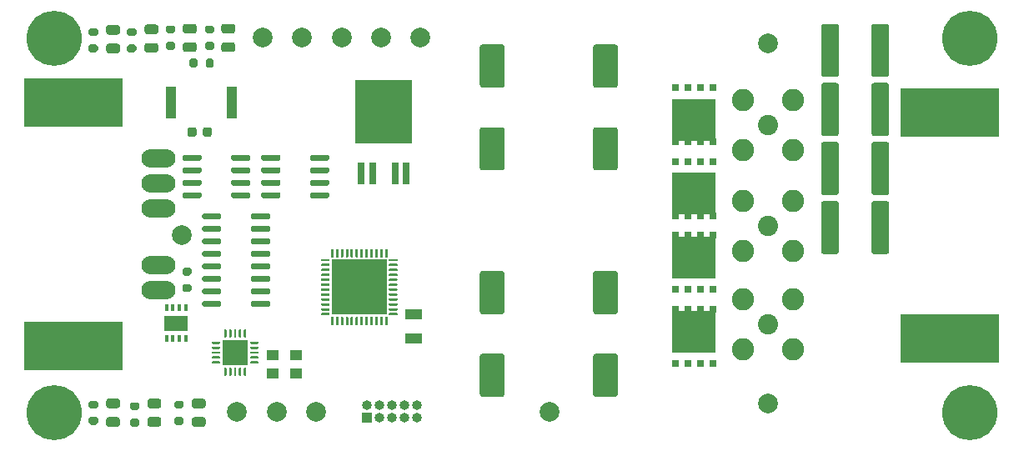
<source format=gbr>
%TF.GenerationSoftware,KiCad,Pcbnew,(5.1.9)-1*%
%TF.CreationDate,2021-05-24T23:59:08-02:30*%
%TF.ProjectId,WPT_TX,5750545f-5458-42e6-9b69-6361645f7063,rev?*%
%TF.SameCoordinates,Original*%
%TF.FileFunction,Soldermask,Top*%
%TF.FilePolarity,Negative*%
%FSLAX46Y46*%
G04 Gerber Fmt 4.6, Leading zero omitted, Abs format (unit mm)*
G04 Created by KiCad (PCBNEW (5.1.9)-1) date 2021-05-24 23:59:08*
%MOMM*%
%LPD*%
G01*
G04 APERTURE LIST*
%ADD10R,4.500000X4.290000*%
%ADD11R,0.700000X0.800000*%
%ADD12R,2.500000X2.500000*%
%ADD13R,1.800000X1.000000*%
%ADD14O,3.479800X1.841500*%
%ADD15R,1.000000X3.200000*%
%ADD16R,1.300000X1.100000*%
%ADD17R,0.800000X2.200000*%
%ADD18R,5.800000X6.400000*%
%ADD19R,5.600000X5.600000*%
%ADD20R,0.350000X0.650000*%
%ADD21R,2.400000X1.550000*%
%ADD22R,10.000000X5.000000*%
%ADD23C,2.250000*%
%ADD24C,2.050000*%
%ADD25R,1.000000X1.000000*%
%ADD26O,1.000000X1.000000*%
%ADD27C,5.600000*%
%ADD28C,2.000000*%
G04 APERTURE END LIST*
D10*
%TO.C,Q1*%
X170000000Y-112250000D03*
D11*
X171910000Y-114500000D03*
X170640000Y-114500000D03*
X169360000Y-114500000D03*
X168090000Y-114500000D03*
X168090000Y-109000000D03*
X169360000Y-109000000D03*
X170640000Y-109000000D03*
X171910000Y-109000000D03*
%TD*%
%TO.C,C37*%
G36*
G01*
X162000000Y-109900000D02*
X160000000Y-109900000D01*
G75*
G02*
X159750000Y-109650000I0J250000D01*
G01*
X159750000Y-105750000D01*
G75*
G02*
X160000000Y-105500000I250000J0D01*
G01*
X162000000Y-105500000D01*
G75*
G02*
X162250000Y-105750000I0J-250000D01*
G01*
X162250000Y-109650000D01*
G75*
G02*
X162000000Y-109900000I-250000J0D01*
G01*
G37*
G36*
G01*
X162000000Y-101500000D02*
X160000000Y-101500000D01*
G75*
G02*
X159750000Y-101250000I0J250000D01*
G01*
X159750000Y-97350000D01*
G75*
G02*
X160000000Y-97100000I250000J0D01*
G01*
X162000000Y-97100000D01*
G75*
G02*
X162250000Y-97350000I0J-250000D01*
G01*
X162250000Y-101250000D01*
G75*
G02*
X162000000Y-101500000I-250000J0D01*
G01*
G37*
%TD*%
%TO.C,U11*%
G36*
G01*
X122462500Y-130750000D02*
X122337500Y-130750000D01*
G75*
G02*
X122275000Y-130687500I0J62500D01*
G01*
X122275000Y-129987500D01*
G75*
G02*
X122337500Y-129925000I62500J0D01*
G01*
X122462500Y-129925000D01*
G75*
G02*
X122525000Y-129987500I0J-62500D01*
G01*
X122525000Y-130687500D01*
G75*
G02*
X122462500Y-130750000I-62500J0D01*
G01*
G37*
G36*
G01*
X122962500Y-130750000D02*
X122837500Y-130750000D01*
G75*
G02*
X122775000Y-130687500I0J62500D01*
G01*
X122775000Y-129987500D01*
G75*
G02*
X122837500Y-129925000I62500J0D01*
G01*
X122962500Y-129925000D01*
G75*
G02*
X123025000Y-129987500I0J-62500D01*
G01*
X123025000Y-130687500D01*
G75*
G02*
X122962500Y-130750000I-62500J0D01*
G01*
G37*
G36*
G01*
X123462500Y-130750000D02*
X123337500Y-130750000D01*
G75*
G02*
X123275000Y-130687500I0J62500D01*
G01*
X123275000Y-129987500D01*
G75*
G02*
X123337500Y-129925000I62500J0D01*
G01*
X123462500Y-129925000D01*
G75*
G02*
X123525000Y-129987500I0J-62500D01*
G01*
X123525000Y-130687500D01*
G75*
G02*
X123462500Y-130750000I-62500J0D01*
G01*
G37*
G36*
G01*
X123962500Y-130750000D02*
X123837500Y-130750000D01*
G75*
G02*
X123775000Y-130687500I0J62500D01*
G01*
X123775000Y-129987500D01*
G75*
G02*
X123837500Y-129925000I62500J0D01*
G01*
X123962500Y-129925000D01*
G75*
G02*
X124025000Y-129987500I0J-62500D01*
G01*
X124025000Y-130687500D01*
G75*
G02*
X123962500Y-130750000I-62500J0D01*
G01*
G37*
G36*
G01*
X124462500Y-130750000D02*
X124337500Y-130750000D01*
G75*
G02*
X124275000Y-130687500I0J62500D01*
G01*
X124275000Y-129987500D01*
G75*
G02*
X124337500Y-129925000I62500J0D01*
G01*
X124462500Y-129925000D01*
G75*
G02*
X124525000Y-129987500I0J-62500D01*
G01*
X124525000Y-130687500D01*
G75*
G02*
X124462500Y-130750000I-62500J0D01*
G01*
G37*
G36*
G01*
X125687500Y-129525000D02*
X124987500Y-129525000D01*
G75*
G02*
X124925000Y-129462500I0J62500D01*
G01*
X124925000Y-129337500D01*
G75*
G02*
X124987500Y-129275000I62500J0D01*
G01*
X125687500Y-129275000D01*
G75*
G02*
X125750000Y-129337500I0J-62500D01*
G01*
X125750000Y-129462500D01*
G75*
G02*
X125687500Y-129525000I-62500J0D01*
G01*
G37*
G36*
G01*
X125687500Y-129025000D02*
X124987500Y-129025000D01*
G75*
G02*
X124925000Y-128962500I0J62500D01*
G01*
X124925000Y-128837500D01*
G75*
G02*
X124987500Y-128775000I62500J0D01*
G01*
X125687500Y-128775000D01*
G75*
G02*
X125750000Y-128837500I0J-62500D01*
G01*
X125750000Y-128962500D01*
G75*
G02*
X125687500Y-129025000I-62500J0D01*
G01*
G37*
G36*
G01*
X125687500Y-128525000D02*
X124987500Y-128525000D01*
G75*
G02*
X124925000Y-128462500I0J62500D01*
G01*
X124925000Y-128337500D01*
G75*
G02*
X124987500Y-128275000I62500J0D01*
G01*
X125687500Y-128275000D01*
G75*
G02*
X125750000Y-128337500I0J-62500D01*
G01*
X125750000Y-128462500D01*
G75*
G02*
X125687500Y-128525000I-62500J0D01*
G01*
G37*
G36*
G01*
X125687500Y-128025000D02*
X124987500Y-128025000D01*
G75*
G02*
X124925000Y-127962500I0J62500D01*
G01*
X124925000Y-127837500D01*
G75*
G02*
X124987500Y-127775000I62500J0D01*
G01*
X125687500Y-127775000D01*
G75*
G02*
X125750000Y-127837500I0J-62500D01*
G01*
X125750000Y-127962500D01*
G75*
G02*
X125687500Y-128025000I-62500J0D01*
G01*
G37*
G36*
G01*
X125687500Y-127525000D02*
X124987500Y-127525000D01*
G75*
G02*
X124925000Y-127462500I0J62500D01*
G01*
X124925000Y-127337500D01*
G75*
G02*
X124987500Y-127275000I62500J0D01*
G01*
X125687500Y-127275000D01*
G75*
G02*
X125750000Y-127337500I0J-62500D01*
G01*
X125750000Y-127462500D01*
G75*
G02*
X125687500Y-127525000I-62500J0D01*
G01*
G37*
G36*
G01*
X124462500Y-126875000D02*
X124337500Y-126875000D01*
G75*
G02*
X124275000Y-126812500I0J62500D01*
G01*
X124275000Y-126112500D01*
G75*
G02*
X124337500Y-126050000I62500J0D01*
G01*
X124462500Y-126050000D01*
G75*
G02*
X124525000Y-126112500I0J-62500D01*
G01*
X124525000Y-126812500D01*
G75*
G02*
X124462500Y-126875000I-62500J0D01*
G01*
G37*
G36*
G01*
X123962500Y-126875000D02*
X123837500Y-126875000D01*
G75*
G02*
X123775000Y-126812500I0J62500D01*
G01*
X123775000Y-126112500D01*
G75*
G02*
X123837500Y-126050000I62500J0D01*
G01*
X123962500Y-126050000D01*
G75*
G02*
X124025000Y-126112500I0J-62500D01*
G01*
X124025000Y-126812500D01*
G75*
G02*
X123962500Y-126875000I-62500J0D01*
G01*
G37*
G36*
G01*
X123462500Y-126875000D02*
X123337500Y-126875000D01*
G75*
G02*
X123275000Y-126812500I0J62500D01*
G01*
X123275000Y-126112500D01*
G75*
G02*
X123337500Y-126050000I62500J0D01*
G01*
X123462500Y-126050000D01*
G75*
G02*
X123525000Y-126112500I0J-62500D01*
G01*
X123525000Y-126812500D01*
G75*
G02*
X123462500Y-126875000I-62500J0D01*
G01*
G37*
G36*
G01*
X122962500Y-126875000D02*
X122837500Y-126875000D01*
G75*
G02*
X122775000Y-126812500I0J62500D01*
G01*
X122775000Y-126112500D01*
G75*
G02*
X122837500Y-126050000I62500J0D01*
G01*
X122962500Y-126050000D01*
G75*
G02*
X123025000Y-126112500I0J-62500D01*
G01*
X123025000Y-126812500D01*
G75*
G02*
X122962500Y-126875000I-62500J0D01*
G01*
G37*
G36*
G01*
X122462500Y-126875000D02*
X122337500Y-126875000D01*
G75*
G02*
X122275000Y-126812500I0J62500D01*
G01*
X122275000Y-126112500D01*
G75*
G02*
X122337500Y-126050000I62500J0D01*
G01*
X122462500Y-126050000D01*
G75*
G02*
X122525000Y-126112500I0J-62500D01*
G01*
X122525000Y-126812500D01*
G75*
G02*
X122462500Y-126875000I-62500J0D01*
G01*
G37*
G36*
G01*
X121812500Y-127525000D02*
X121112500Y-127525000D01*
G75*
G02*
X121050000Y-127462500I0J62500D01*
G01*
X121050000Y-127337500D01*
G75*
G02*
X121112500Y-127275000I62500J0D01*
G01*
X121812500Y-127275000D01*
G75*
G02*
X121875000Y-127337500I0J-62500D01*
G01*
X121875000Y-127462500D01*
G75*
G02*
X121812500Y-127525000I-62500J0D01*
G01*
G37*
G36*
G01*
X121812500Y-128025000D02*
X121112500Y-128025000D01*
G75*
G02*
X121050000Y-127962500I0J62500D01*
G01*
X121050000Y-127837500D01*
G75*
G02*
X121112500Y-127775000I62500J0D01*
G01*
X121812500Y-127775000D01*
G75*
G02*
X121875000Y-127837500I0J-62500D01*
G01*
X121875000Y-127962500D01*
G75*
G02*
X121812500Y-128025000I-62500J0D01*
G01*
G37*
G36*
G01*
X121812500Y-128525000D02*
X121112500Y-128525000D01*
G75*
G02*
X121050000Y-128462500I0J62500D01*
G01*
X121050000Y-128337500D01*
G75*
G02*
X121112500Y-128275000I62500J0D01*
G01*
X121812500Y-128275000D01*
G75*
G02*
X121875000Y-128337500I0J-62500D01*
G01*
X121875000Y-128462500D01*
G75*
G02*
X121812500Y-128525000I-62500J0D01*
G01*
G37*
G36*
G01*
X121812500Y-129025000D02*
X121112500Y-129025000D01*
G75*
G02*
X121050000Y-128962500I0J62500D01*
G01*
X121050000Y-128837500D01*
G75*
G02*
X121112500Y-128775000I62500J0D01*
G01*
X121812500Y-128775000D01*
G75*
G02*
X121875000Y-128837500I0J-62500D01*
G01*
X121875000Y-128962500D01*
G75*
G02*
X121812500Y-129025000I-62500J0D01*
G01*
G37*
G36*
G01*
X121812500Y-129525000D02*
X121112500Y-129525000D01*
G75*
G02*
X121050000Y-129462500I0J62500D01*
G01*
X121050000Y-129337500D01*
G75*
G02*
X121112500Y-129275000I62500J0D01*
G01*
X121812500Y-129275000D01*
G75*
G02*
X121875000Y-129337500I0J-62500D01*
G01*
X121875000Y-129462500D01*
G75*
G02*
X121812500Y-129525000I-62500J0D01*
G01*
G37*
D12*
X123400000Y-128400000D03*
%TD*%
D13*
%TO.C,Y1*%
X141500000Y-127000000D03*
X141500000Y-124500000D03*
%TD*%
D14*
%TO.C,J7*%
X115620000Y-111250000D03*
X115620000Y-113790000D03*
X115620000Y-108710000D03*
%TD*%
D10*
%TO.C,Q2*%
X170000000Y-104750000D03*
D11*
X171910000Y-107000000D03*
X170640000Y-107000000D03*
X169360000Y-107000000D03*
X168090000Y-107000000D03*
X168090000Y-101500000D03*
X169360000Y-101500000D03*
X170640000Y-101500000D03*
X171910000Y-101500000D03*
%TD*%
D10*
%TO.C,Q3*%
X170000000Y-118750000D03*
D11*
X168090000Y-116500000D03*
X169360000Y-116500000D03*
X170640000Y-116500000D03*
X171910000Y-116500000D03*
X171910000Y-122000000D03*
X170640000Y-122000000D03*
X169360000Y-122000000D03*
X168090000Y-122000000D03*
%TD*%
D10*
%TO.C,Q4*%
X170000000Y-126250000D03*
D11*
X168090000Y-124000000D03*
X169360000Y-124000000D03*
X170640000Y-124000000D03*
X171910000Y-124000000D03*
X171910000Y-129500000D03*
X170640000Y-129500000D03*
X169360000Y-129500000D03*
X168090000Y-129500000D03*
%TD*%
D14*
%TO.C,J8*%
X115620000Y-122020000D03*
X115620000Y-119480000D03*
%TD*%
D15*
%TO.C,R8*%
X123100000Y-103000000D03*
X116900000Y-103000000D03*
%TD*%
D16*
%TO.C,Y2*%
X127250000Y-130550000D03*
X129550000Y-130550000D03*
X129550000Y-128650000D03*
X127250000Y-128650000D03*
%TD*%
%TO.C,U1*%
G36*
G01*
X124950000Y-112255000D02*
X124950000Y-112555000D01*
G75*
G02*
X124800000Y-112705000I-150000J0D01*
G01*
X123150000Y-112705000D01*
G75*
G02*
X123000000Y-112555000I0J150000D01*
G01*
X123000000Y-112255000D01*
G75*
G02*
X123150000Y-112105000I150000J0D01*
G01*
X124800000Y-112105000D01*
G75*
G02*
X124950000Y-112255000I0J-150000D01*
G01*
G37*
G36*
G01*
X124950000Y-110985000D02*
X124950000Y-111285000D01*
G75*
G02*
X124800000Y-111435000I-150000J0D01*
G01*
X123150000Y-111435000D01*
G75*
G02*
X123000000Y-111285000I0J150000D01*
G01*
X123000000Y-110985000D01*
G75*
G02*
X123150000Y-110835000I150000J0D01*
G01*
X124800000Y-110835000D01*
G75*
G02*
X124950000Y-110985000I0J-150000D01*
G01*
G37*
G36*
G01*
X124950000Y-109715000D02*
X124950000Y-110015000D01*
G75*
G02*
X124800000Y-110165000I-150000J0D01*
G01*
X123150000Y-110165000D01*
G75*
G02*
X123000000Y-110015000I0J150000D01*
G01*
X123000000Y-109715000D01*
G75*
G02*
X123150000Y-109565000I150000J0D01*
G01*
X124800000Y-109565000D01*
G75*
G02*
X124950000Y-109715000I0J-150000D01*
G01*
G37*
G36*
G01*
X124950000Y-108445000D02*
X124950000Y-108745000D01*
G75*
G02*
X124800000Y-108895000I-150000J0D01*
G01*
X123150000Y-108895000D01*
G75*
G02*
X123000000Y-108745000I0J150000D01*
G01*
X123000000Y-108445000D01*
G75*
G02*
X123150000Y-108295000I150000J0D01*
G01*
X124800000Y-108295000D01*
G75*
G02*
X124950000Y-108445000I0J-150000D01*
G01*
G37*
G36*
G01*
X120000000Y-108445000D02*
X120000000Y-108745000D01*
G75*
G02*
X119850000Y-108895000I-150000J0D01*
G01*
X118200000Y-108895000D01*
G75*
G02*
X118050000Y-108745000I0J150000D01*
G01*
X118050000Y-108445000D01*
G75*
G02*
X118200000Y-108295000I150000J0D01*
G01*
X119850000Y-108295000D01*
G75*
G02*
X120000000Y-108445000I0J-150000D01*
G01*
G37*
G36*
G01*
X120000000Y-109715000D02*
X120000000Y-110015000D01*
G75*
G02*
X119850000Y-110165000I-150000J0D01*
G01*
X118200000Y-110165000D01*
G75*
G02*
X118050000Y-110015000I0J150000D01*
G01*
X118050000Y-109715000D01*
G75*
G02*
X118200000Y-109565000I150000J0D01*
G01*
X119850000Y-109565000D01*
G75*
G02*
X120000000Y-109715000I0J-150000D01*
G01*
G37*
G36*
G01*
X120000000Y-110985000D02*
X120000000Y-111285000D01*
G75*
G02*
X119850000Y-111435000I-150000J0D01*
G01*
X118200000Y-111435000D01*
G75*
G02*
X118050000Y-111285000I0J150000D01*
G01*
X118050000Y-110985000D01*
G75*
G02*
X118200000Y-110835000I150000J0D01*
G01*
X119850000Y-110835000D01*
G75*
G02*
X120000000Y-110985000I0J-150000D01*
G01*
G37*
G36*
G01*
X120000000Y-112255000D02*
X120000000Y-112555000D01*
G75*
G02*
X119850000Y-112705000I-150000J0D01*
G01*
X118200000Y-112705000D01*
G75*
G02*
X118050000Y-112555000I0J150000D01*
G01*
X118050000Y-112255000D01*
G75*
G02*
X118200000Y-112105000I150000J0D01*
G01*
X119850000Y-112105000D01*
G75*
G02*
X120000000Y-112255000I0J-150000D01*
G01*
G37*
%TD*%
D17*
%TO.C,U7*%
X136220000Y-110200000D03*
X137360000Y-110200000D03*
X139640000Y-110200000D03*
X140780000Y-110200000D03*
D18*
X138500000Y-103900000D03*
%TD*%
%TO.C,U9*%
G36*
G01*
X139875000Y-124437500D02*
X139875000Y-124562500D01*
G75*
G02*
X139812500Y-124625000I-62500J0D01*
G01*
X139062500Y-124625000D01*
G75*
G02*
X139000000Y-124562500I0J62500D01*
G01*
X139000000Y-124437500D01*
G75*
G02*
X139062500Y-124375000I62500J0D01*
G01*
X139812500Y-124375000D01*
G75*
G02*
X139875000Y-124437500I0J-62500D01*
G01*
G37*
G36*
G01*
X139875000Y-123937500D02*
X139875000Y-124062500D01*
G75*
G02*
X139812500Y-124125000I-62500J0D01*
G01*
X139062500Y-124125000D01*
G75*
G02*
X139000000Y-124062500I0J62500D01*
G01*
X139000000Y-123937500D01*
G75*
G02*
X139062500Y-123875000I62500J0D01*
G01*
X139812500Y-123875000D01*
G75*
G02*
X139875000Y-123937500I0J-62500D01*
G01*
G37*
G36*
G01*
X139875000Y-123437500D02*
X139875000Y-123562500D01*
G75*
G02*
X139812500Y-123625000I-62500J0D01*
G01*
X139062500Y-123625000D01*
G75*
G02*
X139000000Y-123562500I0J62500D01*
G01*
X139000000Y-123437500D01*
G75*
G02*
X139062500Y-123375000I62500J0D01*
G01*
X139812500Y-123375000D01*
G75*
G02*
X139875000Y-123437500I0J-62500D01*
G01*
G37*
G36*
G01*
X139875000Y-122937500D02*
X139875000Y-123062500D01*
G75*
G02*
X139812500Y-123125000I-62500J0D01*
G01*
X139062500Y-123125000D01*
G75*
G02*
X139000000Y-123062500I0J62500D01*
G01*
X139000000Y-122937500D01*
G75*
G02*
X139062500Y-122875000I62500J0D01*
G01*
X139812500Y-122875000D01*
G75*
G02*
X139875000Y-122937500I0J-62500D01*
G01*
G37*
G36*
G01*
X139875000Y-122437500D02*
X139875000Y-122562500D01*
G75*
G02*
X139812500Y-122625000I-62500J0D01*
G01*
X139062500Y-122625000D01*
G75*
G02*
X139000000Y-122562500I0J62500D01*
G01*
X139000000Y-122437500D01*
G75*
G02*
X139062500Y-122375000I62500J0D01*
G01*
X139812500Y-122375000D01*
G75*
G02*
X139875000Y-122437500I0J-62500D01*
G01*
G37*
G36*
G01*
X139875000Y-121937500D02*
X139875000Y-122062500D01*
G75*
G02*
X139812500Y-122125000I-62500J0D01*
G01*
X139062500Y-122125000D01*
G75*
G02*
X139000000Y-122062500I0J62500D01*
G01*
X139000000Y-121937500D01*
G75*
G02*
X139062500Y-121875000I62500J0D01*
G01*
X139812500Y-121875000D01*
G75*
G02*
X139875000Y-121937500I0J-62500D01*
G01*
G37*
G36*
G01*
X139875000Y-121437500D02*
X139875000Y-121562500D01*
G75*
G02*
X139812500Y-121625000I-62500J0D01*
G01*
X139062500Y-121625000D01*
G75*
G02*
X139000000Y-121562500I0J62500D01*
G01*
X139000000Y-121437500D01*
G75*
G02*
X139062500Y-121375000I62500J0D01*
G01*
X139812500Y-121375000D01*
G75*
G02*
X139875000Y-121437500I0J-62500D01*
G01*
G37*
G36*
G01*
X139875000Y-120937500D02*
X139875000Y-121062500D01*
G75*
G02*
X139812500Y-121125000I-62500J0D01*
G01*
X139062500Y-121125000D01*
G75*
G02*
X139000000Y-121062500I0J62500D01*
G01*
X139000000Y-120937500D01*
G75*
G02*
X139062500Y-120875000I62500J0D01*
G01*
X139812500Y-120875000D01*
G75*
G02*
X139875000Y-120937500I0J-62500D01*
G01*
G37*
G36*
G01*
X139875000Y-120437500D02*
X139875000Y-120562500D01*
G75*
G02*
X139812500Y-120625000I-62500J0D01*
G01*
X139062500Y-120625000D01*
G75*
G02*
X139000000Y-120562500I0J62500D01*
G01*
X139000000Y-120437500D01*
G75*
G02*
X139062500Y-120375000I62500J0D01*
G01*
X139812500Y-120375000D01*
G75*
G02*
X139875000Y-120437500I0J-62500D01*
G01*
G37*
G36*
G01*
X139875000Y-119937500D02*
X139875000Y-120062500D01*
G75*
G02*
X139812500Y-120125000I-62500J0D01*
G01*
X139062500Y-120125000D01*
G75*
G02*
X139000000Y-120062500I0J62500D01*
G01*
X139000000Y-119937500D01*
G75*
G02*
X139062500Y-119875000I62500J0D01*
G01*
X139812500Y-119875000D01*
G75*
G02*
X139875000Y-119937500I0J-62500D01*
G01*
G37*
G36*
G01*
X139875000Y-119437500D02*
X139875000Y-119562500D01*
G75*
G02*
X139812500Y-119625000I-62500J0D01*
G01*
X139062500Y-119625000D01*
G75*
G02*
X139000000Y-119562500I0J62500D01*
G01*
X139000000Y-119437500D01*
G75*
G02*
X139062500Y-119375000I62500J0D01*
G01*
X139812500Y-119375000D01*
G75*
G02*
X139875000Y-119437500I0J-62500D01*
G01*
G37*
G36*
G01*
X139875000Y-118937500D02*
X139875000Y-119062500D01*
G75*
G02*
X139812500Y-119125000I-62500J0D01*
G01*
X139062500Y-119125000D01*
G75*
G02*
X139000000Y-119062500I0J62500D01*
G01*
X139000000Y-118937500D01*
G75*
G02*
X139062500Y-118875000I62500J0D01*
G01*
X139812500Y-118875000D01*
G75*
G02*
X139875000Y-118937500I0J-62500D01*
G01*
G37*
G36*
G01*
X138875000Y-117937500D02*
X138875000Y-118687500D01*
G75*
G02*
X138812500Y-118750000I-62500J0D01*
G01*
X138687500Y-118750000D01*
G75*
G02*
X138625000Y-118687500I0J62500D01*
G01*
X138625000Y-117937500D01*
G75*
G02*
X138687500Y-117875000I62500J0D01*
G01*
X138812500Y-117875000D01*
G75*
G02*
X138875000Y-117937500I0J-62500D01*
G01*
G37*
G36*
G01*
X138375000Y-117937500D02*
X138375000Y-118687500D01*
G75*
G02*
X138312500Y-118750000I-62500J0D01*
G01*
X138187500Y-118750000D01*
G75*
G02*
X138125000Y-118687500I0J62500D01*
G01*
X138125000Y-117937500D01*
G75*
G02*
X138187500Y-117875000I62500J0D01*
G01*
X138312500Y-117875000D01*
G75*
G02*
X138375000Y-117937500I0J-62500D01*
G01*
G37*
G36*
G01*
X137875000Y-117937500D02*
X137875000Y-118687500D01*
G75*
G02*
X137812500Y-118750000I-62500J0D01*
G01*
X137687500Y-118750000D01*
G75*
G02*
X137625000Y-118687500I0J62500D01*
G01*
X137625000Y-117937500D01*
G75*
G02*
X137687500Y-117875000I62500J0D01*
G01*
X137812500Y-117875000D01*
G75*
G02*
X137875000Y-117937500I0J-62500D01*
G01*
G37*
G36*
G01*
X137375000Y-117937500D02*
X137375000Y-118687500D01*
G75*
G02*
X137312500Y-118750000I-62500J0D01*
G01*
X137187500Y-118750000D01*
G75*
G02*
X137125000Y-118687500I0J62500D01*
G01*
X137125000Y-117937500D01*
G75*
G02*
X137187500Y-117875000I62500J0D01*
G01*
X137312500Y-117875000D01*
G75*
G02*
X137375000Y-117937500I0J-62500D01*
G01*
G37*
G36*
G01*
X136875000Y-117937500D02*
X136875000Y-118687500D01*
G75*
G02*
X136812500Y-118750000I-62500J0D01*
G01*
X136687500Y-118750000D01*
G75*
G02*
X136625000Y-118687500I0J62500D01*
G01*
X136625000Y-117937500D01*
G75*
G02*
X136687500Y-117875000I62500J0D01*
G01*
X136812500Y-117875000D01*
G75*
G02*
X136875000Y-117937500I0J-62500D01*
G01*
G37*
G36*
G01*
X136375000Y-117937500D02*
X136375000Y-118687500D01*
G75*
G02*
X136312500Y-118750000I-62500J0D01*
G01*
X136187500Y-118750000D01*
G75*
G02*
X136125000Y-118687500I0J62500D01*
G01*
X136125000Y-117937500D01*
G75*
G02*
X136187500Y-117875000I62500J0D01*
G01*
X136312500Y-117875000D01*
G75*
G02*
X136375000Y-117937500I0J-62500D01*
G01*
G37*
G36*
G01*
X135875000Y-117937500D02*
X135875000Y-118687500D01*
G75*
G02*
X135812500Y-118750000I-62500J0D01*
G01*
X135687500Y-118750000D01*
G75*
G02*
X135625000Y-118687500I0J62500D01*
G01*
X135625000Y-117937500D01*
G75*
G02*
X135687500Y-117875000I62500J0D01*
G01*
X135812500Y-117875000D01*
G75*
G02*
X135875000Y-117937500I0J-62500D01*
G01*
G37*
G36*
G01*
X135375000Y-117937500D02*
X135375000Y-118687500D01*
G75*
G02*
X135312500Y-118750000I-62500J0D01*
G01*
X135187500Y-118750000D01*
G75*
G02*
X135125000Y-118687500I0J62500D01*
G01*
X135125000Y-117937500D01*
G75*
G02*
X135187500Y-117875000I62500J0D01*
G01*
X135312500Y-117875000D01*
G75*
G02*
X135375000Y-117937500I0J-62500D01*
G01*
G37*
G36*
G01*
X134875000Y-117937500D02*
X134875000Y-118687500D01*
G75*
G02*
X134812500Y-118750000I-62500J0D01*
G01*
X134687500Y-118750000D01*
G75*
G02*
X134625000Y-118687500I0J62500D01*
G01*
X134625000Y-117937500D01*
G75*
G02*
X134687500Y-117875000I62500J0D01*
G01*
X134812500Y-117875000D01*
G75*
G02*
X134875000Y-117937500I0J-62500D01*
G01*
G37*
G36*
G01*
X134375000Y-117937500D02*
X134375000Y-118687500D01*
G75*
G02*
X134312500Y-118750000I-62500J0D01*
G01*
X134187500Y-118750000D01*
G75*
G02*
X134125000Y-118687500I0J62500D01*
G01*
X134125000Y-117937500D01*
G75*
G02*
X134187500Y-117875000I62500J0D01*
G01*
X134312500Y-117875000D01*
G75*
G02*
X134375000Y-117937500I0J-62500D01*
G01*
G37*
G36*
G01*
X133875000Y-117937500D02*
X133875000Y-118687500D01*
G75*
G02*
X133812500Y-118750000I-62500J0D01*
G01*
X133687500Y-118750000D01*
G75*
G02*
X133625000Y-118687500I0J62500D01*
G01*
X133625000Y-117937500D01*
G75*
G02*
X133687500Y-117875000I62500J0D01*
G01*
X133812500Y-117875000D01*
G75*
G02*
X133875000Y-117937500I0J-62500D01*
G01*
G37*
G36*
G01*
X133375000Y-117937500D02*
X133375000Y-118687500D01*
G75*
G02*
X133312500Y-118750000I-62500J0D01*
G01*
X133187500Y-118750000D01*
G75*
G02*
X133125000Y-118687500I0J62500D01*
G01*
X133125000Y-117937500D01*
G75*
G02*
X133187500Y-117875000I62500J0D01*
G01*
X133312500Y-117875000D01*
G75*
G02*
X133375000Y-117937500I0J-62500D01*
G01*
G37*
G36*
G01*
X133000000Y-118937500D02*
X133000000Y-119062500D01*
G75*
G02*
X132937500Y-119125000I-62500J0D01*
G01*
X132187500Y-119125000D01*
G75*
G02*
X132125000Y-119062500I0J62500D01*
G01*
X132125000Y-118937500D01*
G75*
G02*
X132187500Y-118875000I62500J0D01*
G01*
X132937500Y-118875000D01*
G75*
G02*
X133000000Y-118937500I0J-62500D01*
G01*
G37*
G36*
G01*
X133000000Y-119437500D02*
X133000000Y-119562500D01*
G75*
G02*
X132937500Y-119625000I-62500J0D01*
G01*
X132187500Y-119625000D01*
G75*
G02*
X132125000Y-119562500I0J62500D01*
G01*
X132125000Y-119437500D01*
G75*
G02*
X132187500Y-119375000I62500J0D01*
G01*
X132937500Y-119375000D01*
G75*
G02*
X133000000Y-119437500I0J-62500D01*
G01*
G37*
G36*
G01*
X133000000Y-119937500D02*
X133000000Y-120062500D01*
G75*
G02*
X132937500Y-120125000I-62500J0D01*
G01*
X132187500Y-120125000D01*
G75*
G02*
X132125000Y-120062500I0J62500D01*
G01*
X132125000Y-119937500D01*
G75*
G02*
X132187500Y-119875000I62500J0D01*
G01*
X132937500Y-119875000D01*
G75*
G02*
X133000000Y-119937500I0J-62500D01*
G01*
G37*
G36*
G01*
X133000000Y-120437500D02*
X133000000Y-120562500D01*
G75*
G02*
X132937500Y-120625000I-62500J0D01*
G01*
X132187500Y-120625000D01*
G75*
G02*
X132125000Y-120562500I0J62500D01*
G01*
X132125000Y-120437500D01*
G75*
G02*
X132187500Y-120375000I62500J0D01*
G01*
X132937500Y-120375000D01*
G75*
G02*
X133000000Y-120437500I0J-62500D01*
G01*
G37*
G36*
G01*
X133000000Y-120937500D02*
X133000000Y-121062500D01*
G75*
G02*
X132937500Y-121125000I-62500J0D01*
G01*
X132187500Y-121125000D01*
G75*
G02*
X132125000Y-121062500I0J62500D01*
G01*
X132125000Y-120937500D01*
G75*
G02*
X132187500Y-120875000I62500J0D01*
G01*
X132937500Y-120875000D01*
G75*
G02*
X133000000Y-120937500I0J-62500D01*
G01*
G37*
G36*
G01*
X133000000Y-121437500D02*
X133000000Y-121562500D01*
G75*
G02*
X132937500Y-121625000I-62500J0D01*
G01*
X132187500Y-121625000D01*
G75*
G02*
X132125000Y-121562500I0J62500D01*
G01*
X132125000Y-121437500D01*
G75*
G02*
X132187500Y-121375000I62500J0D01*
G01*
X132937500Y-121375000D01*
G75*
G02*
X133000000Y-121437500I0J-62500D01*
G01*
G37*
G36*
G01*
X133000000Y-121937500D02*
X133000000Y-122062500D01*
G75*
G02*
X132937500Y-122125000I-62500J0D01*
G01*
X132187500Y-122125000D01*
G75*
G02*
X132125000Y-122062500I0J62500D01*
G01*
X132125000Y-121937500D01*
G75*
G02*
X132187500Y-121875000I62500J0D01*
G01*
X132937500Y-121875000D01*
G75*
G02*
X133000000Y-121937500I0J-62500D01*
G01*
G37*
G36*
G01*
X133000000Y-122437500D02*
X133000000Y-122562500D01*
G75*
G02*
X132937500Y-122625000I-62500J0D01*
G01*
X132187500Y-122625000D01*
G75*
G02*
X132125000Y-122562500I0J62500D01*
G01*
X132125000Y-122437500D01*
G75*
G02*
X132187500Y-122375000I62500J0D01*
G01*
X132937500Y-122375000D01*
G75*
G02*
X133000000Y-122437500I0J-62500D01*
G01*
G37*
G36*
G01*
X133000000Y-122937500D02*
X133000000Y-123062500D01*
G75*
G02*
X132937500Y-123125000I-62500J0D01*
G01*
X132187500Y-123125000D01*
G75*
G02*
X132125000Y-123062500I0J62500D01*
G01*
X132125000Y-122937500D01*
G75*
G02*
X132187500Y-122875000I62500J0D01*
G01*
X132937500Y-122875000D01*
G75*
G02*
X133000000Y-122937500I0J-62500D01*
G01*
G37*
G36*
G01*
X133000000Y-123437500D02*
X133000000Y-123562500D01*
G75*
G02*
X132937500Y-123625000I-62500J0D01*
G01*
X132187500Y-123625000D01*
G75*
G02*
X132125000Y-123562500I0J62500D01*
G01*
X132125000Y-123437500D01*
G75*
G02*
X132187500Y-123375000I62500J0D01*
G01*
X132937500Y-123375000D01*
G75*
G02*
X133000000Y-123437500I0J-62500D01*
G01*
G37*
G36*
G01*
X133000000Y-123937500D02*
X133000000Y-124062500D01*
G75*
G02*
X132937500Y-124125000I-62500J0D01*
G01*
X132187500Y-124125000D01*
G75*
G02*
X132125000Y-124062500I0J62500D01*
G01*
X132125000Y-123937500D01*
G75*
G02*
X132187500Y-123875000I62500J0D01*
G01*
X132937500Y-123875000D01*
G75*
G02*
X133000000Y-123937500I0J-62500D01*
G01*
G37*
G36*
G01*
X133000000Y-124437500D02*
X133000000Y-124562500D01*
G75*
G02*
X132937500Y-124625000I-62500J0D01*
G01*
X132187500Y-124625000D01*
G75*
G02*
X132125000Y-124562500I0J62500D01*
G01*
X132125000Y-124437500D01*
G75*
G02*
X132187500Y-124375000I62500J0D01*
G01*
X132937500Y-124375000D01*
G75*
G02*
X133000000Y-124437500I0J-62500D01*
G01*
G37*
G36*
G01*
X133375000Y-124812500D02*
X133375000Y-125562500D01*
G75*
G02*
X133312500Y-125625000I-62500J0D01*
G01*
X133187500Y-125625000D01*
G75*
G02*
X133125000Y-125562500I0J62500D01*
G01*
X133125000Y-124812500D01*
G75*
G02*
X133187500Y-124750000I62500J0D01*
G01*
X133312500Y-124750000D01*
G75*
G02*
X133375000Y-124812500I0J-62500D01*
G01*
G37*
G36*
G01*
X133875000Y-124812500D02*
X133875000Y-125562500D01*
G75*
G02*
X133812500Y-125625000I-62500J0D01*
G01*
X133687500Y-125625000D01*
G75*
G02*
X133625000Y-125562500I0J62500D01*
G01*
X133625000Y-124812500D01*
G75*
G02*
X133687500Y-124750000I62500J0D01*
G01*
X133812500Y-124750000D01*
G75*
G02*
X133875000Y-124812500I0J-62500D01*
G01*
G37*
G36*
G01*
X134375000Y-124812500D02*
X134375000Y-125562500D01*
G75*
G02*
X134312500Y-125625000I-62500J0D01*
G01*
X134187500Y-125625000D01*
G75*
G02*
X134125000Y-125562500I0J62500D01*
G01*
X134125000Y-124812500D01*
G75*
G02*
X134187500Y-124750000I62500J0D01*
G01*
X134312500Y-124750000D01*
G75*
G02*
X134375000Y-124812500I0J-62500D01*
G01*
G37*
G36*
G01*
X134875000Y-124812500D02*
X134875000Y-125562500D01*
G75*
G02*
X134812500Y-125625000I-62500J0D01*
G01*
X134687500Y-125625000D01*
G75*
G02*
X134625000Y-125562500I0J62500D01*
G01*
X134625000Y-124812500D01*
G75*
G02*
X134687500Y-124750000I62500J0D01*
G01*
X134812500Y-124750000D01*
G75*
G02*
X134875000Y-124812500I0J-62500D01*
G01*
G37*
G36*
G01*
X135375000Y-124812500D02*
X135375000Y-125562500D01*
G75*
G02*
X135312500Y-125625000I-62500J0D01*
G01*
X135187500Y-125625000D01*
G75*
G02*
X135125000Y-125562500I0J62500D01*
G01*
X135125000Y-124812500D01*
G75*
G02*
X135187500Y-124750000I62500J0D01*
G01*
X135312500Y-124750000D01*
G75*
G02*
X135375000Y-124812500I0J-62500D01*
G01*
G37*
G36*
G01*
X135875000Y-124812500D02*
X135875000Y-125562500D01*
G75*
G02*
X135812500Y-125625000I-62500J0D01*
G01*
X135687500Y-125625000D01*
G75*
G02*
X135625000Y-125562500I0J62500D01*
G01*
X135625000Y-124812500D01*
G75*
G02*
X135687500Y-124750000I62500J0D01*
G01*
X135812500Y-124750000D01*
G75*
G02*
X135875000Y-124812500I0J-62500D01*
G01*
G37*
G36*
G01*
X136375000Y-124812500D02*
X136375000Y-125562500D01*
G75*
G02*
X136312500Y-125625000I-62500J0D01*
G01*
X136187500Y-125625000D01*
G75*
G02*
X136125000Y-125562500I0J62500D01*
G01*
X136125000Y-124812500D01*
G75*
G02*
X136187500Y-124750000I62500J0D01*
G01*
X136312500Y-124750000D01*
G75*
G02*
X136375000Y-124812500I0J-62500D01*
G01*
G37*
G36*
G01*
X136875000Y-124812500D02*
X136875000Y-125562500D01*
G75*
G02*
X136812500Y-125625000I-62500J0D01*
G01*
X136687500Y-125625000D01*
G75*
G02*
X136625000Y-125562500I0J62500D01*
G01*
X136625000Y-124812500D01*
G75*
G02*
X136687500Y-124750000I62500J0D01*
G01*
X136812500Y-124750000D01*
G75*
G02*
X136875000Y-124812500I0J-62500D01*
G01*
G37*
G36*
G01*
X137375000Y-124812500D02*
X137375000Y-125562500D01*
G75*
G02*
X137312500Y-125625000I-62500J0D01*
G01*
X137187500Y-125625000D01*
G75*
G02*
X137125000Y-125562500I0J62500D01*
G01*
X137125000Y-124812500D01*
G75*
G02*
X137187500Y-124750000I62500J0D01*
G01*
X137312500Y-124750000D01*
G75*
G02*
X137375000Y-124812500I0J-62500D01*
G01*
G37*
G36*
G01*
X137875000Y-124812500D02*
X137875000Y-125562500D01*
G75*
G02*
X137812500Y-125625000I-62500J0D01*
G01*
X137687500Y-125625000D01*
G75*
G02*
X137625000Y-125562500I0J62500D01*
G01*
X137625000Y-124812500D01*
G75*
G02*
X137687500Y-124750000I62500J0D01*
G01*
X137812500Y-124750000D01*
G75*
G02*
X137875000Y-124812500I0J-62500D01*
G01*
G37*
G36*
G01*
X138375000Y-124812500D02*
X138375000Y-125562500D01*
G75*
G02*
X138312500Y-125625000I-62500J0D01*
G01*
X138187500Y-125625000D01*
G75*
G02*
X138125000Y-125562500I0J62500D01*
G01*
X138125000Y-124812500D01*
G75*
G02*
X138187500Y-124750000I62500J0D01*
G01*
X138312500Y-124750000D01*
G75*
G02*
X138375000Y-124812500I0J-62500D01*
G01*
G37*
G36*
G01*
X138875000Y-124812500D02*
X138875000Y-125562500D01*
G75*
G02*
X138812500Y-125625000I-62500J0D01*
G01*
X138687500Y-125625000D01*
G75*
G02*
X138625000Y-125562500I0J62500D01*
G01*
X138625000Y-124812500D01*
G75*
G02*
X138687500Y-124750000I62500J0D01*
G01*
X138812500Y-124750000D01*
G75*
G02*
X138875000Y-124812500I0J-62500D01*
G01*
G37*
D19*
X136000000Y-121750000D03*
%TD*%
D20*
%TO.C,U12*%
X116425000Y-126950000D03*
X117075000Y-126950000D03*
X117725000Y-126950000D03*
X118375000Y-126950000D03*
X118375000Y-123850000D03*
X117725000Y-123850000D03*
X117075000Y-123850000D03*
X116425000Y-123850000D03*
D21*
X117400000Y-125400000D03*
%TD*%
%TO.C,C10*%
G36*
G01*
X121025000Y-105750000D02*
X121025000Y-106250000D01*
G75*
G02*
X120800000Y-106475000I-225000J0D01*
G01*
X120350000Y-106475000D01*
G75*
G02*
X120125000Y-106250000I0J225000D01*
G01*
X120125000Y-105750000D01*
G75*
G02*
X120350000Y-105525000I225000J0D01*
G01*
X120800000Y-105525000D01*
G75*
G02*
X121025000Y-105750000I0J-225000D01*
G01*
G37*
G36*
G01*
X119475000Y-105750000D02*
X119475000Y-106250000D01*
G75*
G02*
X119250000Y-106475000I-225000J0D01*
G01*
X118800000Y-106475000D01*
G75*
G02*
X118575000Y-106250000I0J225000D01*
G01*
X118575000Y-105750000D01*
G75*
G02*
X118800000Y-105525000I225000J0D01*
G01*
X119250000Y-105525000D01*
G75*
G02*
X119475000Y-105750000I0J-225000D01*
G01*
G37*
%TD*%
%TO.C,D1*%
G36*
G01*
X111456250Y-96112500D02*
X110543750Y-96112500D01*
G75*
G02*
X110300000Y-95868750I0J243750D01*
G01*
X110300000Y-95381250D01*
G75*
G02*
X110543750Y-95137500I243750J0D01*
G01*
X111456250Y-95137500D01*
G75*
G02*
X111700000Y-95381250I0J-243750D01*
G01*
X111700000Y-95868750D01*
G75*
G02*
X111456250Y-96112500I-243750J0D01*
G01*
G37*
G36*
G01*
X111456250Y-97987500D02*
X110543750Y-97987500D01*
G75*
G02*
X110300000Y-97743750I0J243750D01*
G01*
X110300000Y-97256250D01*
G75*
G02*
X110543750Y-97012500I243750J0D01*
G01*
X111456250Y-97012500D01*
G75*
G02*
X111700000Y-97256250I0J-243750D01*
G01*
X111700000Y-97743750D01*
G75*
G02*
X111456250Y-97987500I-243750J0D01*
G01*
G37*
%TD*%
%TO.C,D2*%
G36*
G01*
X115356250Y-97925000D02*
X114443750Y-97925000D01*
G75*
G02*
X114200000Y-97681250I0J243750D01*
G01*
X114200000Y-97193750D01*
G75*
G02*
X114443750Y-96950000I243750J0D01*
G01*
X115356250Y-96950000D01*
G75*
G02*
X115600000Y-97193750I0J-243750D01*
G01*
X115600000Y-97681250D01*
G75*
G02*
X115356250Y-97925000I-243750J0D01*
G01*
G37*
G36*
G01*
X115356250Y-96050000D02*
X114443750Y-96050000D01*
G75*
G02*
X114200000Y-95806250I0J243750D01*
G01*
X114200000Y-95318750D01*
G75*
G02*
X114443750Y-95075000I243750J0D01*
G01*
X115356250Y-95075000D01*
G75*
G02*
X115600000Y-95318750I0J-243750D01*
G01*
X115600000Y-95806250D01*
G75*
G02*
X115356250Y-96050000I-243750J0D01*
G01*
G37*
%TD*%
%TO.C,D3*%
G36*
G01*
X119256250Y-95987500D02*
X118343750Y-95987500D01*
G75*
G02*
X118100000Y-95743750I0J243750D01*
G01*
X118100000Y-95256250D01*
G75*
G02*
X118343750Y-95012500I243750J0D01*
G01*
X119256250Y-95012500D01*
G75*
G02*
X119500000Y-95256250I0J-243750D01*
G01*
X119500000Y-95743750D01*
G75*
G02*
X119256250Y-95987500I-243750J0D01*
G01*
G37*
G36*
G01*
X119256250Y-97862500D02*
X118343750Y-97862500D01*
G75*
G02*
X118100000Y-97618750I0J243750D01*
G01*
X118100000Y-97131250D01*
G75*
G02*
X118343750Y-96887500I243750J0D01*
G01*
X119256250Y-96887500D01*
G75*
G02*
X119500000Y-97131250I0J-243750D01*
G01*
X119500000Y-97618750D01*
G75*
G02*
X119256250Y-97862500I-243750J0D01*
G01*
G37*
%TD*%
%TO.C,D4*%
G36*
G01*
X123156250Y-97862500D02*
X122243750Y-97862500D01*
G75*
G02*
X122000000Y-97618750I0J243750D01*
G01*
X122000000Y-97131250D01*
G75*
G02*
X122243750Y-96887500I243750J0D01*
G01*
X123156250Y-96887500D01*
G75*
G02*
X123400000Y-97131250I0J-243750D01*
G01*
X123400000Y-97618750D01*
G75*
G02*
X123156250Y-97862500I-243750J0D01*
G01*
G37*
G36*
G01*
X123156250Y-95987500D02*
X122243750Y-95987500D01*
G75*
G02*
X122000000Y-95743750I0J243750D01*
G01*
X122000000Y-95256250D01*
G75*
G02*
X122243750Y-95012500I243750J0D01*
G01*
X123156250Y-95012500D01*
G75*
G02*
X123400000Y-95256250I0J-243750D01*
G01*
X123400000Y-95743750D01*
G75*
G02*
X123156250Y-95987500I-243750J0D01*
G01*
G37*
%TD*%
%TO.C,D5*%
G36*
G01*
X111456250Y-134050000D02*
X110543750Y-134050000D01*
G75*
G02*
X110300000Y-133806250I0J243750D01*
G01*
X110300000Y-133318750D01*
G75*
G02*
X110543750Y-133075000I243750J0D01*
G01*
X111456250Y-133075000D01*
G75*
G02*
X111700000Y-133318750I0J-243750D01*
G01*
X111700000Y-133806250D01*
G75*
G02*
X111456250Y-134050000I-243750J0D01*
G01*
G37*
G36*
G01*
X111456250Y-135925000D02*
X110543750Y-135925000D01*
G75*
G02*
X110300000Y-135681250I0J243750D01*
G01*
X110300000Y-135193750D01*
G75*
G02*
X110543750Y-134950000I243750J0D01*
G01*
X111456250Y-134950000D01*
G75*
G02*
X111700000Y-135193750I0J-243750D01*
G01*
X111700000Y-135681250D01*
G75*
G02*
X111456250Y-135925000I-243750J0D01*
G01*
G37*
%TD*%
%TO.C,D6*%
G36*
G01*
X120156250Y-135925000D02*
X119243750Y-135925000D01*
G75*
G02*
X119000000Y-135681250I0J243750D01*
G01*
X119000000Y-135193750D01*
G75*
G02*
X119243750Y-134950000I243750J0D01*
G01*
X120156250Y-134950000D01*
G75*
G02*
X120400000Y-135193750I0J-243750D01*
G01*
X120400000Y-135681250D01*
G75*
G02*
X120156250Y-135925000I-243750J0D01*
G01*
G37*
G36*
G01*
X120156250Y-134050000D02*
X119243750Y-134050000D01*
G75*
G02*
X119000000Y-133806250I0J243750D01*
G01*
X119000000Y-133318750D01*
G75*
G02*
X119243750Y-133075000I243750J0D01*
G01*
X120156250Y-133075000D01*
G75*
G02*
X120400000Y-133318750I0J-243750D01*
G01*
X120400000Y-133806250D01*
G75*
G02*
X120156250Y-134050000I-243750J0D01*
G01*
G37*
%TD*%
%TO.C,D9*%
G36*
G01*
X115656250Y-135925000D02*
X114743750Y-135925000D01*
G75*
G02*
X114500000Y-135681250I0J243750D01*
G01*
X114500000Y-135193750D01*
G75*
G02*
X114743750Y-134950000I243750J0D01*
G01*
X115656250Y-134950000D01*
G75*
G02*
X115900000Y-135193750I0J-243750D01*
G01*
X115900000Y-135681250D01*
G75*
G02*
X115656250Y-135925000I-243750J0D01*
G01*
G37*
G36*
G01*
X115656250Y-134050000D02*
X114743750Y-134050000D01*
G75*
G02*
X114500000Y-133806250I0J243750D01*
G01*
X114500000Y-133318750D01*
G75*
G02*
X114743750Y-133075000I243750J0D01*
G01*
X115656250Y-133075000D01*
G75*
G02*
X115900000Y-133318750I0J-243750D01*
G01*
X115900000Y-133806250D01*
G75*
G02*
X115656250Y-134050000I-243750J0D01*
G01*
G37*
%TD*%
%TO.C,R4*%
G36*
G01*
X108725000Y-95450000D02*
X109275000Y-95450000D01*
G75*
G02*
X109475000Y-95650000I0J-200000D01*
G01*
X109475000Y-96050000D01*
G75*
G02*
X109275000Y-96250000I-200000J0D01*
G01*
X108725000Y-96250000D01*
G75*
G02*
X108525000Y-96050000I0J200000D01*
G01*
X108525000Y-95650000D01*
G75*
G02*
X108725000Y-95450000I200000J0D01*
G01*
G37*
G36*
G01*
X108725000Y-97100000D02*
X109275000Y-97100000D01*
G75*
G02*
X109475000Y-97300000I0J-200000D01*
G01*
X109475000Y-97700000D01*
G75*
G02*
X109275000Y-97900000I-200000J0D01*
G01*
X108725000Y-97900000D01*
G75*
G02*
X108525000Y-97700000I0J200000D01*
G01*
X108525000Y-97300000D01*
G75*
G02*
X108725000Y-97100000I200000J0D01*
G01*
G37*
%TD*%
%TO.C,R6*%
G36*
G01*
X112625000Y-95450000D02*
X113175000Y-95450000D01*
G75*
G02*
X113375000Y-95650000I0J-200000D01*
G01*
X113375000Y-96050000D01*
G75*
G02*
X113175000Y-96250000I-200000J0D01*
G01*
X112625000Y-96250000D01*
G75*
G02*
X112425000Y-96050000I0J200000D01*
G01*
X112425000Y-95650000D01*
G75*
G02*
X112625000Y-95450000I200000J0D01*
G01*
G37*
G36*
G01*
X112625000Y-97100000D02*
X113175000Y-97100000D01*
G75*
G02*
X113375000Y-97300000I0J-200000D01*
G01*
X113375000Y-97700000D01*
G75*
G02*
X113175000Y-97900000I-200000J0D01*
G01*
X112625000Y-97900000D01*
G75*
G02*
X112425000Y-97700000I0J200000D01*
G01*
X112425000Y-97300000D01*
G75*
G02*
X112625000Y-97100000I200000J0D01*
G01*
G37*
%TD*%
%TO.C,R15*%
G36*
G01*
X121075000Y-95975000D02*
X120525000Y-95975000D01*
G75*
G02*
X120325000Y-95775000I0J200000D01*
G01*
X120325000Y-95375000D01*
G75*
G02*
X120525000Y-95175000I200000J0D01*
G01*
X121075000Y-95175000D01*
G75*
G02*
X121275000Y-95375000I0J-200000D01*
G01*
X121275000Y-95775000D01*
G75*
G02*
X121075000Y-95975000I-200000J0D01*
G01*
G37*
G36*
G01*
X121075000Y-97625000D02*
X120525000Y-97625000D01*
G75*
G02*
X120325000Y-97425000I0J200000D01*
G01*
X120325000Y-97025000D01*
G75*
G02*
X120525000Y-96825000I200000J0D01*
G01*
X121075000Y-96825000D01*
G75*
G02*
X121275000Y-97025000I0J-200000D01*
G01*
X121275000Y-97425000D01*
G75*
G02*
X121075000Y-97625000I-200000J0D01*
G01*
G37*
%TD*%
%TO.C,R17*%
G36*
G01*
X108725000Y-133275000D02*
X109275000Y-133275000D01*
G75*
G02*
X109475000Y-133475000I0J-200000D01*
G01*
X109475000Y-133875000D01*
G75*
G02*
X109275000Y-134075000I-200000J0D01*
G01*
X108725000Y-134075000D01*
G75*
G02*
X108525000Y-133875000I0J200000D01*
G01*
X108525000Y-133475000D01*
G75*
G02*
X108725000Y-133275000I200000J0D01*
G01*
G37*
G36*
G01*
X108725000Y-134925000D02*
X109275000Y-134925000D01*
G75*
G02*
X109475000Y-135125000I0J-200000D01*
G01*
X109475000Y-135525000D01*
G75*
G02*
X109275000Y-135725000I-200000J0D01*
G01*
X108725000Y-135725000D01*
G75*
G02*
X108525000Y-135525000I0J200000D01*
G01*
X108525000Y-135125000D01*
G75*
G02*
X108725000Y-134925000I200000J0D01*
G01*
G37*
%TD*%
%TO.C,R19*%
G36*
G01*
X112925000Y-133450000D02*
X113475000Y-133450000D01*
G75*
G02*
X113675000Y-133650000I0J-200000D01*
G01*
X113675000Y-134050000D01*
G75*
G02*
X113475000Y-134250000I-200000J0D01*
G01*
X112925000Y-134250000D01*
G75*
G02*
X112725000Y-134050000I0J200000D01*
G01*
X112725000Y-133650000D01*
G75*
G02*
X112925000Y-133450000I200000J0D01*
G01*
G37*
G36*
G01*
X112925000Y-135100000D02*
X113475000Y-135100000D01*
G75*
G02*
X113675000Y-135300000I0J-200000D01*
G01*
X113675000Y-135700000D01*
G75*
G02*
X113475000Y-135900000I-200000J0D01*
G01*
X112925000Y-135900000D01*
G75*
G02*
X112725000Y-135700000I0J200000D01*
G01*
X112725000Y-135300000D01*
G75*
G02*
X112925000Y-135100000I200000J0D01*
G01*
G37*
%TD*%
%TO.C,R20*%
G36*
G01*
X117975000Y-134075000D02*
X117425000Y-134075000D01*
G75*
G02*
X117225000Y-133875000I0J200000D01*
G01*
X117225000Y-133475000D01*
G75*
G02*
X117425000Y-133275000I200000J0D01*
G01*
X117975000Y-133275000D01*
G75*
G02*
X118175000Y-133475000I0J-200000D01*
G01*
X118175000Y-133875000D01*
G75*
G02*
X117975000Y-134075000I-200000J0D01*
G01*
G37*
G36*
G01*
X117975000Y-135725000D02*
X117425000Y-135725000D01*
G75*
G02*
X117225000Y-135525000I0J200000D01*
G01*
X117225000Y-135125000D01*
G75*
G02*
X117425000Y-134925000I200000J0D01*
G01*
X117975000Y-134925000D01*
G75*
G02*
X118175000Y-135125000I0J-200000D01*
G01*
X118175000Y-135525000D01*
G75*
G02*
X117975000Y-135725000I-200000J0D01*
G01*
G37*
%TD*%
%TO.C,R25*%
G36*
G01*
X118225000Y-119775000D02*
X118775000Y-119775000D01*
G75*
G02*
X118975000Y-119975000I0J-200000D01*
G01*
X118975000Y-120375000D01*
G75*
G02*
X118775000Y-120575000I-200000J0D01*
G01*
X118225000Y-120575000D01*
G75*
G02*
X118025000Y-120375000I0J200000D01*
G01*
X118025000Y-119975000D01*
G75*
G02*
X118225000Y-119775000I200000J0D01*
G01*
G37*
G36*
G01*
X118225000Y-121425000D02*
X118775000Y-121425000D01*
G75*
G02*
X118975000Y-121625000I0J-200000D01*
G01*
X118975000Y-122025000D01*
G75*
G02*
X118775000Y-122225000I-200000J0D01*
G01*
X118225000Y-122225000D01*
G75*
G02*
X118025000Y-122025000I0J200000D01*
G01*
X118025000Y-121625000D01*
G75*
G02*
X118225000Y-121425000I200000J0D01*
G01*
G37*
%TD*%
%TO.C,U5*%
G36*
G01*
X126050000Y-108745000D02*
X126050000Y-108445000D01*
G75*
G02*
X126200000Y-108295000I150000J0D01*
G01*
X127850000Y-108295000D01*
G75*
G02*
X128000000Y-108445000I0J-150000D01*
G01*
X128000000Y-108745000D01*
G75*
G02*
X127850000Y-108895000I-150000J0D01*
G01*
X126200000Y-108895000D01*
G75*
G02*
X126050000Y-108745000I0J150000D01*
G01*
G37*
G36*
G01*
X126050000Y-110015000D02*
X126050000Y-109715000D01*
G75*
G02*
X126200000Y-109565000I150000J0D01*
G01*
X127850000Y-109565000D01*
G75*
G02*
X128000000Y-109715000I0J-150000D01*
G01*
X128000000Y-110015000D01*
G75*
G02*
X127850000Y-110165000I-150000J0D01*
G01*
X126200000Y-110165000D01*
G75*
G02*
X126050000Y-110015000I0J150000D01*
G01*
G37*
G36*
G01*
X126050000Y-111285000D02*
X126050000Y-110985000D01*
G75*
G02*
X126200000Y-110835000I150000J0D01*
G01*
X127850000Y-110835000D01*
G75*
G02*
X128000000Y-110985000I0J-150000D01*
G01*
X128000000Y-111285000D01*
G75*
G02*
X127850000Y-111435000I-150000J0D01*
G01*
X126200000Y-111435000D01*
G75*
G02*
X126050000Y-111285000I0J150000D01*
G01*
G37*
G36*
G01*
X126050000Y-112555000D02*
X126050000Y-112255000D01*
G75*
G02*
X126200000Y-112105000I150000J0D01*
G01*
X127850000Y-112105000D01*
G75*
G02*
X128000000Y-112255000I0J-150000D01*
G01*
X128000000Y-112555000D01*
G75*
G02*
X127850000Y-112705000I-150000J0D01*
G01*
X126200000Y-112705000D01*
G75*
G02*
X126050000Y-112555000I0J150000D01*
G01*
G37*
G36*
G01*
X131000000Y-112555000D02*
X131000000Y-112255000D01*
G75*
G02*
X131150000Y-112105000I150000J0D01*
G01*
X132800000Y-112105000D01*
G75*
G02*
X132950000Y-112255000I0J-150000D01*
G01*
X132950000Y-112555000D01*
G75*
G02*
X132800000Y-112705000I-150000J0D01*
G01*
X131150000Y-112705000D01*
G75*
G02*
X131000000Y-112555000I0J150000D01*
G01*
G37*
G36*
G01*
X131000000Y-111285000D02*
X131000000Y-110985000D01*
G75*
G02*
X131150000Y-110835000I150000J0D01*
G01*
X132800000Y-110835000D01*
G75*
G02*
X132950000Y-110985000I0J-150000D01*
G01*
X132950000Y-111285000D01*
G75*
G02*
X132800000Y-111435000I-150000J0D01*
G01*
X131150000Y-111435000D01*
G75*
G02*
X131000000Y-111285000I0J150000D01*
G01*
G37*
G36*
G01*
X131000000Y-110015000D02*
X131000000Y-109715000D01*
G75*
G02*
X131150000Y-109565000I150000J0D01*
G01*
X132800000Y-109565000D01*
G75*
G02*
X132950000Y-109715000I0J-150000D01*
G01*
X132950000Y-110015000D01*
G75*
G02*
X132800000Y-110165000I-150000J0D01*
G01*
X131150000Y-110165000D01*
G75*
G02*
X131000000Y-110015000I0J150000D01*
G01*
G37*
G36*
G01*
X131000000Y-108745000D02*
X131000000Y-108445000D01*
G75*
G02*
X131150000Y-108295000I150000J0D01*
G01*
X132800000Y-108295000D01*
G75*
G02*
X132950000Y-108445000I0J-150000D01*
G01*
X132950000Y-108745000D01*
G75*
G02*
X132800000Y-108895000I-150000J0D01*
G01*
X131150000Y-108895000D01*
G75*
G02*
X131000000Y-108745000I0J150000D01*
G01*
G37*
%TD*%
%TO.C,U6*%
G36*
G01*
X120050000Y-114705000D02*
X120050000Y-114405000D01*
G75*
G02*
X120200000Y-114255000I150000J0D01*
G01*
X121850000Y-114255000D01*
G75*
G02*
X122000000Y-114405000I0J-150000D01*
G01*
X122000000Y-114705000D01*
G75*
G02*
X121850000Y-114855000I-150000J0D01*
G01*
X120200000Y-114855000D01*
G75*
G02*
X120050000Y-114705000I0J150000D01*
G01*
G37*
G36*
G01*
X120050000Y-115975000D02*
X120050000Y-115675000D01*
G75*
G02*
X120200000Y-115525000I150000J0D01*
G01*
X121850000Y-115525000D01*
G75*
G02*
X122000000Y-115675000I0J-150000D01*
G01*
X122000000Y-115975000D01*
G75*
G02*
X121850000Y-116125000I-150000J0D01*
G01*
X120200000Y-116125000D01*
G75*
G02*
X120050000Y-115975000I0J150000D01*
G01*
G37*
G36*
G01*
X120050000Y-117245000D02*
X120050000Y-116945000D01*
G75*
G02*
X120200000Y-116795000I150000J0D01*
G01*
X121850000Y-116795000D01*
G75*
G02*
X122000000Y-116945000I0J-150000D01*
G01*
X122000000Y-117245000D01*
G75*
G02*
X121850000Y-117395000I-150000J0D01*
G01*
X120200000Y-117395000D01*
G75*
G02*
X120050000Y-117245000I0J150000D01*
G01*
G37*
G36*
G01*
X120050000Y-118515000D02*
X120050000Y-118215000D01*
G75*
G02*
X120200000Y-118065000I150000J0D01*
G01*
X121850000Y-118065000D01*
G75*
G02*
X122000000Y-118215000I0J-150000D01*
G01*
X122000000Y-118515000D01*
G75*
G02*
X121850000Y-118665000I-150000J0D01*
G01*
X120200000Y-118665000D01*
G75*
G02*
X120050000Y-118515000I0J150000D01*
G01*
G37*
G36*
G01*
X120050000Y-119785000D02*
X120050000Y-119485000D01*
G75*
G02*
X120200000Y-119335000I150000J0D01*
G01*
X121850000Y-119335000D01*
G75*
G02*
X122000000Y-119485000I0J-150000D01*
G01*
X122000000Y-119785000D01*
G75*
G02*
X121850000Y-119935000I-150000J0D01*
G01*
X120200000Y-119935000D01*
G75*
G02*
X120050000Y-119785000I0J150000D01*
G01*
G37*
G36*
G01*
X120050000Y-121055000D02*
X120050000Y-120755000D01*
G75*
G02*
X120200000Y-120605000I150000J0D01*
G01*
X121850000Y-120605000D01*
G75*
G02*
X122000000Y-120755000I0J-150000D01*
G01*
X122000000Y-121055000D01*
G75*
G02*
X121850000Y-121205000I-150000J0D01*
G01*
X120200000Y-121205000D01*
G75*
G02*
X120050000Y-121055000I0J150000D01*
G01*
G37*
G36*
G01*
X120050000Y-122325000D02*
X120050000Y-122025000D01*
G75*
G02*
X120200000Y-121875000I150000J0D01*
G01*
X121850000Y-121875000D01*
G75*
G02*
X122000000Y-122025000I0J-150000D01*
G01*
X122000000Y-122325000D01*
G75*
G02*
X121850000Y-122475000I-150000J0D01*
G01*
X120200000Y-122475000D01*
G75*
G02*
X120050000Y-122325000I0J150000D01*
G01*
G37*
G36*
G01*
X120050000Y-123595000D02*
X120050000Y-123295000D01*
G75*
G02*
X120200000Y-123145000I150000J0D01*
G01*
X121850000Y-123145000D01*
G75*
G02*
X122000000Y-123295000I0J-150000D01*
G01*
X122000000Y-123595000D01*
G75*
G02*
X121850000Y-123745000I-150000J0D01*
G01*
X120200000Y-123745000D01*
G75*
G02*
X120050000Y-123595000I0J150000D01*
G01*
G37*
G36*
G01*
X125000000Y-123595000D02*
X125000000Y-123295000D01*
G75*
G02*
X125150000Y-123145000I150000J0D01*
G01*
X126800000Y-123145000D01*
G75*
G02*
X126950000Y-123295000I0J-150000D01*
G01*
X126950000Y-123595000D01*
G75*
G02*
X126800000Y-123745000I-150000J0D01*
G01*
X125150000Y-123745000D01*
G75*
G02*
X125000000Y-123595000I0J150000D01*
G01*
G37*
G36*
G01*
X125000000Y-122325000D02*
X125000000Y-122025000D01*
G75*
G02*
X125150000Y-121875000I150000J0D01*
G01*
X126800000Y-121875000D01*
G75*
G02*
X126950000Y-122025000I0J-150000D01*
G01*
X126950000Y-122325000D01*
G75*
G02*
X126800000Y-122475000I-150000J0D01*
G01*
X125150000Y-122475000D01*
G75*
G02*
X125000000Y-122325000I0J150000D01*
G01*
G37*
G36*
G01*
X125000000Y-121055000D02*
X125000000Y-120755000D01*
G75*
G02*
X125150000Y-120605000I150000J0D01*
G01*
X126800000Y-120605000D01*
G75*
G02*
X126950000Y-120755000I0J-150000D01*
G01*
X126950000Y-121055000D01*
G75*
G02*
X126800000Y-121205000I-150000J0D01*
G01*
X125150000Y-121205000D01*
G75*
G02*
X125000000Y-121055000I0J150000D01*
G01*
G37*
G36*
G01*
X125000000Y-119785000D02*
X125000000Y-119485000D01*
G75*
G02*
X125150000Y-119335000I150000J0D01*
G01*
X126800000Y-119335000D01*
G75*
G02*
X126950000Y-119485000I0J-150000D01*
G01*
X126950000Y-119785000D01*
G75*
G02*
X126800000Y-119935000I-150000J0D01*
G01*
X125150000Y-119935000D01*
G75*
G02*
X125000000Y-119785000I0J150000D01*
G01*
G37*
G36*
G01*
X125000000Y-118515000D02*
X125000000Y-118215000D01*
G75*
G02*
X125150000Y-118065000I150000J0D01*
G01*
X126800000Y-118065000D01*
G75*
G02*
X126950000Y-118215000I0J-150000D01*
G01*
X126950000Y-118515000D01*
G75*
G02*
X126800000Y-118665000I-150000J0D01*
G01*
X125150000Y-118665000D01*
G75*
G02*
X125000000Y-118515000I0J150000D01*
G01*
G37*
G36*
G01*
X125000000Y-117245000D02*
X125000000Y-116945000D01*
G75*
G02*
X125150000Y-116795000I150000J0D01*
G01*
X126800000Y-116795000D01*
G75*
G02*
X126950000Y-116945000I0J-150000D01*
G01*
X126950000Y-117245000D01*
G75*
G02*
X126800000Y-117395000I-150000J0D01*
G01*
X125150000Y-117395000D01*
G75*
G02*
X125000000Y-117245000I0J150000D01*
G01*
G37*
G36*
G01*
X125000000Y-115975000D02*
X125000000Y-115675000D01*
G75*
G02*
X125150000Y-115525000I150000J0D01*
G01*
X126800000Y-115525000D01*
G75*
G02*
X126950000Y-115675000I0J-150000D01*
G01*
X126950000Y-115975000D01*
G75*
G02*
X126800000Y-116125000I-150000J0D01*
G01*
X125150000Y-116125000D01*
G75*
G02*
X125000000Y-115975000I0J150000D01*
G01*
G37*
G36*
G01*
X125000000Y-114705000D02*
X125000000Y-114405000D01*
G75*
G02*
X125150000Y-114255000I150000J0D01*
G01*
X126800000Y-114255000D01*
G75*
G02*
X126950000Y-114405000I0J-150000D01*
G01*
X126950000Y-114705000D01*
G75*
G02*
X126800000Y-114855000I-150000J0D01*
G01*
X125150000Y-114855000D01*
G75*
G02*
X125000000Y-114705000I0J150000D01*
G01*
G37*
%TD*%
%TO.C,C26*%
G36*
G01*
X189800000Y-101250000D02*
X189800000Y-106150000D01*
G75*
G02*
X189550000Y-106400000I-250000J0D01*
G01*
X188250000Y-106400000D01*
G75*
G02*
X188000000Y-106150000I0J250000D01*
G01*
X188000000Y-101250000D01*
G75*
G02*
X188250000Y-101000000I250000J0D01*
G01*
X189550000Y-101000000D01*
G75*
G02*
X189800000Y-101250000I0J-250000D01*
G01*
G37*
G36*
G01*
X184700000Y-101250000D02*
X184700000Y-106150000D01*
G75*
G02*
X184450000Y-106400000I-250000J0D01*
G01*
X183150000Y-106400000D01*
G75*
G02*
X182900000Y-106150000I0J250000D01*
G01*
X182900000Y-101250000D01*
G75*
G02*
X183150000Y-101000000I250000J0D01*
G01*
X184450000Y-101000000D01*
G75*
G02*
X184700000Y-101250000I0J-250000D01*
G01*
G37*
%TD*%
%TO.C,C27*%
G36*
G01*
X184700000Y-107250000D02*
X184700000Y-112150000D01*
G75*
G02*
X184450000Y-112400000I-250000J0D01*
G01*
X183150000Y-112400000D01*
G75*
G02*
X182900000Y-112150000I0J250000D01*
G01*
X182900000Y-107250000D01*
G75*
G02*
X183150000Y-107000000I250000J0D01*
G01*
X184450000Y-107000000D01*
G75*
G02*
X184700000Y-107250000I0J-250000D01*
G01*
G37*
G36*
G01*
X189800000Y-107250000D02*
X189800000Y-112150000D01*
G75*
G02*
X189550000Y-112400000I-250000J0D01*
G01*
X188250000Y-112400000D01*
G75*
G02*
X188000000Y-112150000I0J250000D01*
G01*
X188000000Y-107250000D01*
G75*
G02*
X188250000Y-107000000I250000J0D01*
G01*
X189550000Y-107000000D01*
G75*
G02*
X189800000Y-107250000I0J-250000D01*
G01*
G37*
%TD*%
%TO.C,C28*%
G36*
G01*
X189800000Y-113250000D02*
X189800000Y-118150000D01*
G75*
G02*
X189550000Y-118400000I-250000J0D01*
G01*
X188250000Y-118400000D01*
G75*
G02*
X188000000Y-118150000I0J250000D01*
G01*
X188000000Y-113250000D01*
G75*
G02*
X188250000Y-113000000I250000J0D01*
G01*
X189550000Y-113000000D01*
G75*
G02*
X189800000Y-113250000I0J-250000D01*
G01*
G37*
G36*
G01*
X184700000Y-113250000D02*
X184700000Y-118150000D01*
G75*
G02*
X184450000Y-118400000I-250000J0D01*
G01*
X183150000Y-118400000D01*
G75*
G02*
X182900000Y-118150000I0J250000D01*
G01*
X182900000Y-113250000D01*
G75*
G02*
X183150000Y-113000000I250000J0D01*
G01*
X184450000Y-113000000D01*
G75*
G02*
X184700000Y-113250000I0J-250000D01*
G01*
G37*
%TD*%
%TO.C,C29*%
G36*
G01*
X184700000Y-95250000D02*
X184700000Y-100150000D01*
G75*
G02*
X184450000Y-100400000I-250000J0D01*
G01*
X183150000Y-100400000D01*
G75*
G02*
X182900000Y-100150000I0J250000D01*
G01*
X182900000Y-95250000D01*
G75*
G02*
X183150000Y-95000000I250000J0D01*
G01*
X184450000Y-95000000D01*
G75*
G02*
X184700000Y-95250000I0J-250000D01*
G01*
G37*
G36*
G01*
X189800000Y-95250000D02*
X189800000Y-100150000D01*
G75*
G02*
X189550000Y-100400000I-250000J0D01*
G01*
X188250000Y-100400000D01*
G75*
G02*
X188000000Y-100150000I0J250000D01*
G01*
X188000000Y-95250000D01*
G75*
G02*
X188250000Y-95000000I250000J0D01*
G01*
X189550000Y-95000000D01*
G75*
G02*
X189800000Y-95250000I0J-250000D01*
G01*
G37*
%TD*%
D22*
%TO.C,J1*%
X107000000Y-103000000D03*
%TD*%
%TO.C,J2*%
X107000000Y-127750000D03*
%TD*%
%TO.C,J9*%
X196000000Y-104000000D03*
%TD*%
%TO.C,J10*%
X196000000Y-127000000D03*
%TD*%
D23*
%TO.C,J3*%
X174960000Y-107790000D03*
X174960000Y-102710000D03*
X180040000Y-102710000D03*
X180040000Y-107790000D03*
D24*
X177500000Y-105250000D03*
%TD*%
D23*
%TO.C,J4*%
X174960000Y-128040000D03*
X174960000Y-122960000D03*
X180040000Y-122960000D03*
X180040000Y-128040000D03*
D24*
X177500000Y-125500000D03*
%TD*%
%TO.C,J5*%
X177500000Y-115500000D03*
D23*
X180040000Y-118040000D03*
X180040000Y-112960000D03*
X174960000Y-112960000D03*
X174960000Y-118040000D03*
%TD*%
D25*
%TO.C,J6*%
X136800000Y-135000000D03*
D26*
X136800000Y-133730000D03*
X138070000Y-135000000D03*
X138070000Y-133730000D03*
X139340000Y-135000000D03*
X139340000Y-133730000D03*
X140610000Y-135000000D03*
X140610000Y-133730000D03*
X141880000Y-135000000D03*
X141880000Y-133730000D03*
%TD*%
%TO.C,C35*%
G36*
G01*
X148500000Y-120100000D02*
X150500000Y-120100000D01*
G75*
G02*
X150750000Y-120350000I0J-250000D01*
G01*
X150750000Y-124250000D01*
G75*
G02*
X150500000Y-124500000I-250000J0D01*
G01*
X148500000Y-124500000D01*
G75*
G02*
X148250000Y-124250000I0J250000D01*
G01*
X148250000Y-120350000D01*
G75*
G02*
X148500000Y-120100000I250000J0D01*
G01*
G37*
G36*
G01*
X148500000Y-128500000D02*
X150500000Y-128500000D01*
G75*
G02*
X150750000Y-128750000I0J-250000D01*
G01*
X150750000Y-132650000D01*
G75*
G02*
X150500000Y-132900000I-250000J0D01*
G01*
X148500000Y-132900000D01*
G75*
G02*
X148250000Y-132650000I0J250000D01*
G01*
X148250000Y-128750000D01*
G75*
G02*
X148500000Y-128500000I250000J0D01*
G01*
G37*
%TD*%
%TO.C,C36*%
G36*
G01*
X150500000Y-101500000D02*
X148500000Y-101500000D01*
G75*
G02*
X148250000Y-101250000I0J250000D01*
G01*
X148250000Y-97350000D01*
G75*
G02*
X148500000Y-97100000I250000J0D01*
G01*
X150500000Y-97100000D01*
G75*
G02*
X150750000Y-97350000I0J-250000D01*
G01*
X150750000Y-101250000D01*
G75*
G02*
X150500000Y-101500000I-250000J0D01*
G01*
G37*
G36*
G01*
X150500000Y-109900000D02*
X148500000Y-109900000D01*
G75*
G02*
X148250000Y-109650000I0J250000D01*
G01*
X148250000Y-105750000D01*
G75*
G02*
X148500000Y-105500000I250000J0D01*
G01*
X150500000Y-105500000D01*
G75*
G02*
X150750000Y-105750000I0J-250000D01*
G01*
X150750000Y-109650000D01*
G75*
G02*
X150500000Y-109900000I-250000J0D01*
G01*
G37*
%TD*%
%TO.C,C38*%
G36*
G01*
X160000000Y-128500000D02*
X162000000Y-128500000D01*
G75*
G02*
X162250000Y-128750000I0J-250000D01*
G01*
X162250000Y-132650000D01*
G75*
G02*
X162000000Y-132900000I-250000J0D01*
G01*
X160000000Y-132900000D01*
G75*
G02*
X159750000Y-132650000I0J250000D01*
G01*
X159750000Y-128750000D01*
G75*
G02*
X160000000Y-128500000I250000J0D01*
G01*
G37*
G36*
G01*
X160000000Y-120100000D02*
X162000000Y-120100000D01*
G75*
G02*
X162250000Y-120350000I0J-250000D01*
G01*
X162250000Y-124250000D01*
G75*
G02*
X162000000Y-124500000I-250000J0D01*
G01*
X160000000Y-124500000D01*
G75*
G02*
X159750000Y-124250000I0J250000D01*
G01*
X159750000Y-120350000D01*
G75*
G02*
X160000000Y-120100000I250000J0D01*
G01*
G37*
%TD*%
D27*
%TO.C,H1*%
X105000000Y-96500000D03*
%TD*%
%TO.C,H2*%
X105000000Y-134500000D03*
%TD*%
%TO.C,H3*%
X198000000Y-134500000D03*
%TD*%
%TO.C,H4*%
X198000000Y-96500000D03*
%TD*%
D28*
%TO.C,TP1*%
X138200000Y-96400000D03*
%TD*%
%TO.C,TP2*%
X134200000Y-96400000D03*
%TD*%
%TO.C,TP3*%
X130200000Y-96400000D03*
%TD*%
%TO.C,TP4*%
X126200000Y-96400000D03*
%TD*%
%TO.C,TP5*%
X142200000Y-96400000D03*
%TD*%
%TO.C,TP6*%
X123600000Y-134400000D03*
%TD*%
%TO.C,TP7*%
X155300000Y-134400000D03*
%TD*%
%TO.C,TP8*%
X131600000Y-134400000D03*
%TD*%
%TO.C,TP9*%
X127600000Y-134400000D03*
%TD*%
%TO.C,TP10*%
X118000000Y-116500000D03*
%TD*%
%TO.C,TP12*%
X177500000Y-97000000D03*
%TD*%
%TO.C,TP13*%
X177500000Y-133600000D03*
%TD*%
%TO.C,R9*%
G36*
G01*
X116565000Y-95175000D02*
X117115000Y-95175000D01*
G75*
G02*
X117315000Y-95375000I0J-200000D01*
G01*
X117315000Y-95775000D01*
G75*
G02*
X117115000Y-95975000I-200000J0D01*
G01*
X116565000Y-95975000D01*
G75*
G02*
X116365000Y-95775000I0J200000D01*
G01*
X116365000Y-95375000D01*
G75*
G02*
X116565000Y-95175000I200000J0D01*
G01*
G37*
G36*
G01*
X116565000Y-96825000D02*
X117115000Y-96825000D01*
G75*
G02*
X117315000Y-97025000I0J-200000D01*
G01*
X117315000Y-97425000D01*
G75*
G02*
X117115000Y-97625000I-200000J0D01*
G01*
X116565000Y-97625000D01*
G75*
G02*
X116365000Y-97425000I0J200000D01*
G01*
X116365000Y-97025000D01*
G75*
G02*
X116565000Y-96825000I200000J0D01*
G01*
G37*
%TD*%
%TO.C,R27*%
G36*
G01*
X120425000Y-99275000D02*
X120425000Y-98725000D01*
G75*
G02*
X120625000Y-98525000I200000J0D01*
G01*
X121025000Y-98525000D01*
G75*
G02*
X121225000Y-98725000I0J-200000D01*
G01*
X121225000Y-99275000D01*
G75*
G02*
X121025000Y-99475000I-200000J0D01*
G01*
X120625000Y-99475000D01*
G75*
G02*
X120425000Y-99275000I0J200000D01*
G01*
G37*
G36*
G01*
X118775000Y-99275000D02*
X118775000Y-98725000D01*
G75*
G02*
X118975000Y-98525000I200000J0D01*
G01*
X119375000Y-98525000D01*
G75*
G02*
X119575000Y-98725000I0J-200000D01*
G01*
X119575000Y-99275000D01*
G75*
G02*
X119375000Y-99475000I-200000J0D01*
G01*
X118975000Y-99475000D01*
G75*
G02*
X118775000Y-99275000I0J200000D01*
G01*
G37*
%TD*%
M02*

</source>
